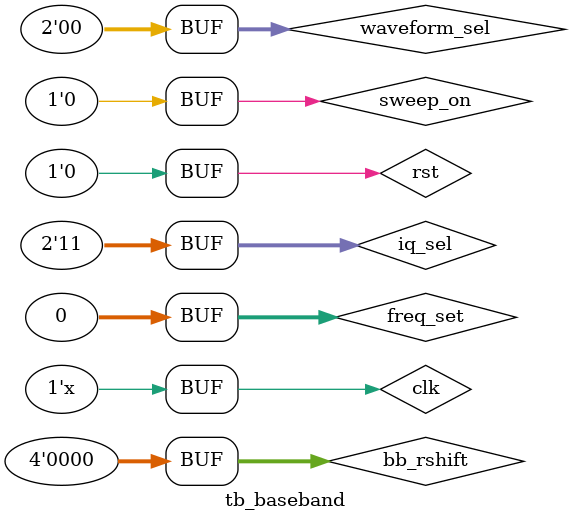
<source format=v>
`timescale 1ns / 1ps


module tb_baseband();

reg             clk = 'b0;
reg             rst = 'b1;
wire    [15:0]  tx_data_i;
wire    [15:0]  tx_data_q;

reg     [ 1:0]  waveform_sel = 2'b00;
reg             sweep_on = 1'b0;
reg     [31:0]  freq_set = 32'd0; // 20 / 245.76 * 2^31
reg     [ 1:0]  iq_sel = 2'b11;
reg     [ 3:0]  bb_rshift = 4'd0;

baseband_tx u_baseband_tx
(
    .clk            (clk            ),
    .rst            (rst            ),
    .tx_data_i      (tx_data_i      ),
    .tx_data_q      (tx_data_q      ),

    .waveform_sel   (waveform_sel   ),
    .sweep_on       (sweep_on       ),
    .freq_set       (freq_set       ),
    .iq_sel         (iq_sel         ),
    .bb_rshift      (bb_rshift      )
);

initial begin
    #101 rst = 1'b0;
end

always #3 clk = ~clk;

endmodule

</source>
